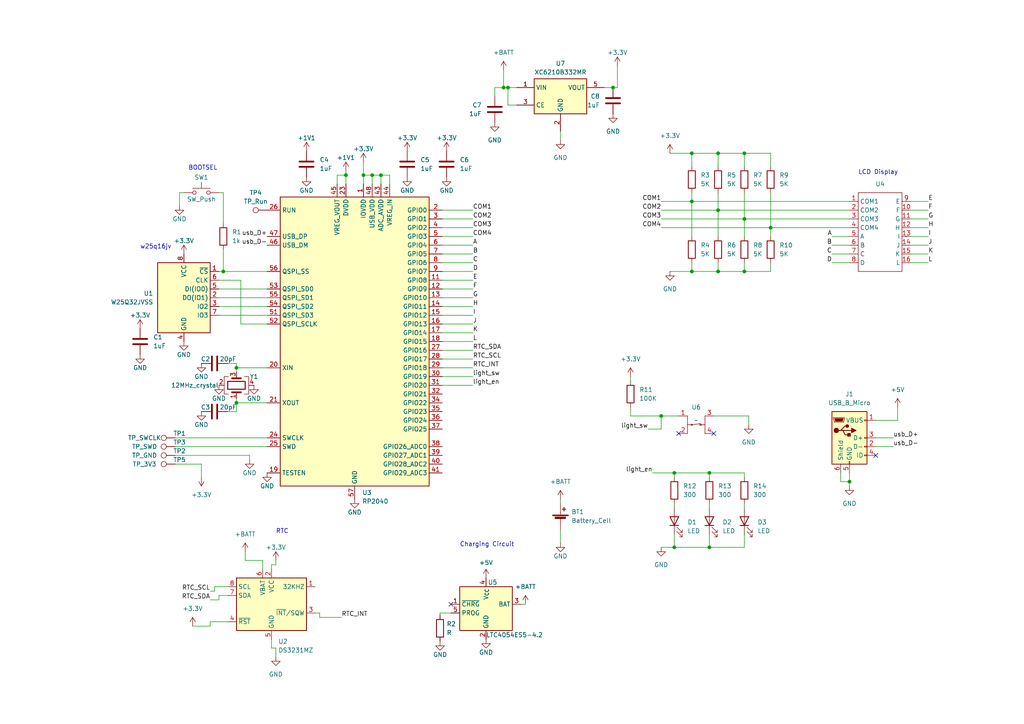
<source format=kicad_sch>
(kicad_sch (version 20230121) (generator eeschema)
  (paper "A4")
  (lib_symbols
    (symbol "Battery_Management:LTC4054ES5-4.2"
      (property "Reference" "U" (at -5.842 6.604 0))
      (property "Value" "LTC4054ES5-4.2" (at 1.524 6.604 0))
      (symbol "LTC4054ES5-4.2_0_1"
        (rectangle (start -7.62 5.08) (end 7.62 -7.62) (stroke (width 0.254)) (fill (type background)))
      )
      (symbol "LTC4054ES5-4.2_1_1"
        (pin open_collector line (at -10.16 0 0) (length 2.54) (name "~{CHRG}") (number "1"))
        (pin power_in line (at 0 -10.16 90) (length 2.54) (name "GND") (number "2"))
        (pin power_out line (at 10.16 0 180) (length 2.54) (name "BAT") (number "3"))
        (pin power_in line (at 0 7.62 270) (length 2.54) (name "V_{CC}") (number "4"))
        (pin bidirectional line (at -10.16 -2.54 0) (length 2.54) (name "PROG") (number "5"))
      )
    )
    (symbol "Connector:TestPoint" (pin_numbers hide) (pin_names (offset 0.762) hide)
      (property "Reference" "TP" (at 0 6.858 0))
      (property "Value" "TestPoint" (at 0 5.08 0))
      (symbol "TestPoint_0_1"
        (circle (center 0 3.302) (radius 0.762))
      )
      (symbol "TestPoint_1_1"
        (pin passive line (at 0 0 90) (length 2.54) (name "1") (number "1"))
      )
    )
    (symbol "Connector:USB_B_Micro" (pin_names (offset 1.016))
      (property "Reference" "J" (at -5.08 11.43 0))
      (property "Value" "USB_B_Micro" (at -5.08 8.89 0))
      (symbol "USB_B_Micro_0_1"
        (rectangle (start -5.08 -7.62) (end 5.08 7.62) (stroke (width 0.254)) (fill (type background)))
        (circle (center -3.81 2.159) (radius 0.635) (stroke (width 0.254)) (fill (type outline)))
        (circle (center -0.635 3.429) (radius 0.381) (stroke (width 0.254)) (fill (type outline)))
        (rectangle (start -0.127 -7.62) (end 0.127 -6.858))
        (polyline (pts (xy -1.905 2.159) (xy 0.635 2.159)) (stroke (width 0.254)))
        (polyline (pts (xy -3.175 2.159) (xy -2.54 2.159) (xy -1.27 3.429) (xy -0.635 3.429)) (stroke (width 0.254)))
        (polyline (pts (xy -2.54 2.159) (xy -1.905 2.159) (xy -1.27 0.889) (xy 0 0.889)) (stroke (width 0.254)))
        (polyline (pts (xy 0.635 2.794) (xy 0.635 1.524) (xy 1.905 2.159) (xy 0.635 2.794)) (stroke (width 0.254)) (fill (type outline)))
        (polyline (pts (xy -4.318 5.588) (xy -1.778 5.588) (xy -2.032 4.826) (xy -4.064 4.826) (xy -4.318 5.588)) (fill (type outline)))
        (polyline (pts (xy -4.699 5.842) (xy -4.699 5.588) (xy -4.445 4.826) (xy -4.445 4.572) (xy -1.651 4.572) (xy -1.651 4.826) (xy -1.397 5.588) (xy -1.397 5.842) (xy -4.699 5.842)))
        (rectangle (start 0.254 1.27) (end -0.508 0.508) (stroke (width 0.254)) (fill (type outline)))
        (rectangle (start 5.08 -5.207) (end 4.318 -4.953))
        (rectangle (start 5.08 -2.667) (end 4.318 -2.413))
        (rectangle (start 5.08 -0.127) (end 4.318 0.127))
        (rectangle (start 5.08 4.953) (end 4.318 5.207))
      )
      (symbol "USB_B_Micro_1_1"
        (pin power_out line (at 7.62 5.08 180) (length 2.54) (name "VBUS") (number "1"))
        (pin bidirectional line (at 7.62 -2.54 180) (length 2.54) (name "D-") (number "2"))
        (pin bidirectional line (at 7.62 0 180) (length 2.54) (name "D+") (number "3"))
        (pin passive line (at 7.62 -5.08 180) (length 2.54) (name "ID") (number "4"))
        (pin power_out line (at 0 -10.16 90) (length 2.54) (name "GND") (number "5"))
        (pin passive line (at -2.54 -10.16 90) (length 2.54) (name "Shield") (number "6"))
      )
    )
    (symbol "DIY_Watch_lib:6Dig7SegLCD"
      (property "Reference" "U" (at 0 12.7 0))
      (symbol "6Dig7SegLCD_0_1"
        (rectangle (start -6.35 11.43) (end 6.35 -11.43))
      )
      (symbol "6Dig7SegLCD_1_1"
        (pin input line (at -8.89 8.89 0) (length 2.54) (name "COM1") (number "1"))
        (pin input line (at 8.89 6.35 180) (length 2.54) (name "F") (number "10"))
        (pin input line (at 8.89 3.81 180) (length 2.54) (name "G") (number "11"))
        (pin input line (at 8.89 1.27 180) (length 2.54) (name "H") (number "12"))
        (pin input line (at 8.89 -1.27 180) (length 2.54) (name "I") (number "13"))
        (pin input line (at 8.89 -3.81 180) (length 2.54) (name "J") (number "14"))
        (pin input line (at 8.89 -6.35 180) (length 2.54) (name "K") (number "15"))
        (pin input line (at 8.89 -8.89 180) (length 2.54) (name "L") (number "16"))
        (pin input line (at -8.89 6.35 0) (length 2.54) (name "COM2") (number "2"))
        (pin input line (at -8.89 3.81 0) (length 2.54) (name "COM3") (number "3"))
        (pin input line (at -8.89 1.27 0) (length 2.54) (name "COM4") (number "4"))
        (pin input line (at -8.89 -1.27 0) (length 2.54) (name "A") (number "5"))
        (pin input line (at -8.89 -3.81 0) (length 2.54) (name "B") (number "6"))
        (pin input line (at -8.89 -6.35 0) (length 2.54) (name "C") (number "7"))
        (pin input line (at -8.89 -8.89 0) (length 2.54) (name "D") (number "8"))
        (pin input line (at 8.89 8.89 180) (length 2.54) (name "E") (number "9"))
      )
    )
    (symbol "DIY_Watch_lib:Diptronics_FTE-3CA-V-T/R"
      (property "Reference" "U" (at 0 3.81 0))
      (symbol "Diptronics_FTE-3CA-V-T/R_0_1"
        (circle (center -1.27 -1.27) (radius 0.1984))
        (polyline (pts (xy -2.54 -1.27) (xy -1.27 -1.27)))
        (polyline (pts (xy -2.54 1.27) (xy -2.54 -3.81)))
        (polyline (pts (xy -1.27 -1.27) (xy 1.2445 -0.9509)))
        (polyline (pts (xy 2.54 -1.27) (xy 1.27 -1.27)))
        (polyline (pts (xy 2.54 1.27) (xy 2.54 -3.81)))
        (circle (center 1.27 -1.27) (radius 0.24))
      )
      (symbol "Diptronics_FTE-3CA-V-T/R_1_1"
        (pin passive line (at -5.08 1.27 0) (length 2.54) (name "") (number "1"))
        (pin passive line (at -5.08 -3.81 0) (length 2.54) (name "") (number "2"))
        (pin passive line (at 5.08 1.27 180) (length 2.54) (name "") (number "3"))
        (pin passive line (at 5.08 -3.81 180) (length 2.54) (name "") (number "4"))
      )
    )
    (symbol "Device:Battery_Cell" (pin_numbers hide) (pin_names (offset 0) hide)
      (property "Reference" "BT" (at 2.54 2.54 0))
      (property "Value" "Battery_Cell" (at 2.54 0 0))
      (symbol "Battery_Cell_0_1"
        (rectangle (start -2.286 1.778) (end 2.286 1.524) (fill (type outline)))
        (rectangle (start -1.5748 1.1938) (end 1.4732 0.6858) (fill (type outline)))
        (polyline (pts (xy 0 0.762) (xy 0 0)))
        (polyline (pts (xy 0 1.778) (xy 0 2.54)))
        (polyline (pts (xy 0.508 3.429) (xy 1.524 3.429)) (stroke (width 0.254)))
        (polyline (pts (xy 1.016 3.937) (xy 1.016 2.921)) (stroke (width 0.254)))
      )
      (symbol "Battery_Cell_1_1"
        (pin passive line (at 0 5.08 270) (length 2.54) (name "+") (number "1"))
        (pin passive line (at 0 -2.54 90) (length 2.54) (name "-") (number "2"))
      )
    )
    (symbol "Device:C" (pin_numbers hide) (pin_names (offset 0.254))
      (property "Reference" "C" (at 0.635 2.54 0))
      (property "Value" "C" (at 0.635 -2.54 0))
      (symbol "C_0_1"
        (polyline (pts (xy -2.032 -0.762) (xy 2.032 -0.762)) (stroke (width 0.508)))
        (polyline (pts (xy -2.032 0.762) (xy 2.032 0.762)) (stroke (width 0.508)))
      )
      (symbol "C_1_1"
        (pin passive line (at 0 3.81 270) (length 2.794) (name "~") (number "1"))
        (pin passive line (at 0 -3.81 90) (length 2.794) (name "~") (number "2"))
      )
    )
    (symbol "Device:Crystal_GND24" (pin_names (offset 1.016) hide)
      (property "Reference" "Y" (at 3.175 5.08 0))
      (property "Value" "Crystal_GND24" (at 3.175 3.175 0))
      (symbol "Crystal_GND24_0_1"
        (rectangle (start -1.143 2.54) (end 1.143 -2.54) (stroke (width 0.3048)))
        (polyline (pts (xy -2.54 0) (xy -2.032 0)))
        (polyline (pts (xy -2.032 -1.27) (xy -2.032 1.27)) (stroke (width 0.508)))
        (polyline (pts (xy 0 -3.81) (xy 0 -3.556)))
        (polyline (pts (xy 0 3.556) (xy 0 3.81)))
        (polyline (pts (xy 2.032 -1.27) (xy 2.032 1.27)) (stroke (width 0.508)))
        (polyline (pts (xy 2.032 0) (xy 2.54 0)))
        (polyline (pts (xy -2.54 -2.286) (xy -2.54 -3.556) (xy 2.54 -3.556) (xy 2.54 -2.286)))
        (polyline (pts (xy -2.54 2.286) (xy -2.54 3.556) (xy 2.54 3.556) (xy 2.54 2.286)))
      )
      (symbol "Crystal_GND24_1_1"
        (pin passive line (at -3.81 0 0) (length 1.27) (name "1") (number "1"))
        (pin passive line (at 0 5.08 270) (length 1.27) (name "2") (number "2"))
        (pin passive line (at 3.81 0 180) (length 1.27) (name "3") (number "3"))
        (pin passive line (at 0 -5.08 90) (length 1.27) (name "4") (number "4"))
      )
    )
    (symbol "Device:LED" (pin_numbers hide) (pin_names (offset 1.016) hide)
      (property "Reference" "D" (at 0 2.54 0))
      (property "Value" "LED" (at 0 -2.54 0))
      (symbol "LED_0_1"
        (polyline (pts (xy -1.27 -1.27) (xy -1.27 1.27)) (stroke (width 0.254)))
        (polyline (pts (xy -1.27 0) (xy 1.27 0)))
        (polyline (pts (xy 1.27 -1.27) (xy 1.27 1.27) (xy -1.27 0) (xy 1.27 -1.27)) (stroke (width 0.254)))
        (polyline (pts (xy -3.048 -0.762) (xy -4.572 -2.286) (xy -3.81 -2.286) (xy -4.572 -2.286) (xy -4.572 -1.524)))
        (polyline (pts (xy -1.778 -0.762) (xy -3.302 -2.286) (xy -2.54 -2.286) (xy -3.302 -2.286) (xy -3.302 -1.524)))
      )
      (symbol "LED_1_1"
        (pin passive line (at -3.81 0 0) (length 2.54) (name "K") (number "1"))
        (pin passive line (at 3.81 0 180) (length 2.54) (name "A") (number "2"))
      )
    )
    (symbol "Device:R" (pin_numbers hide) (pin_names (offset 0))
      (property "Reference" "R" (at 2.032 0 90))
      (property "Value" "R" (at 0 0 90))
      (symbol "R_0_1"
        (rectangle (start -1.016 -2.54) (end 1.016 2.54) (stroke (width 0.254)))
      )
      (symbol "R_1_1"
        (pin passive line (at 0 3.81 270) (length 1.27) (name "~") (number "1"))
        (pin passive line (at 0 -3.81 90) (length 1.27) (name "~") (number "2"))
      )
    )
    (symbol "MCU_RaspberryPi:RP2040"
      (property "Reference" "U" (at 17.78 45.72 0))
      (property "Value" "RP2040" (at 17.78 43.18 0))
      (symbol "RP2040_0_1"
        (rectangle (start -21.59 41.91) (end 21.59 -41.91) (stroke (width 0.254)) (fill (type background)))
      )
      (symbol "RP2040_1_1"
        (pin power_in line (at 2.54 45.72 270) (length 3.81) (name "IOVDD") (number "1"))
        (pin passive line (at 2.54 45.72 270) (length 3.81) hide (name "IOVDD") (number "10"))
        (pin bidirectional line (at 25.4 17.78 180) (length 3.81) (name "GPIO8") (number "11"))
        (pin bidirectional line (at 25.4 15.24 180) (length 3.81) (name "GPIO9") (number "12"))
        (pin bidirectional line (at 25.4 12.7 180) (length 3.81) (name "GPIO10") (number "13"))
        (pin bidirectional line (at 25.4 10.16 180) (length 3.81) (name "GPIO11") (number "14"))
        (pin bidirectional line (at 25.4 7.62 180) (length 3.81) (name "GPIO12") (number "15"))
        (pin bidirectional line (at 25.4 5.08 180) (length 3.81) (name "GPIO13") (number "16"))
        (pin bidirectional line (at 25.4 2.54 180) (length 3.81) (name "GPIO14") (number "17"))
        (pin bidirectional line (at 25.4 0 180) (length 3.81) (name "GPIO15") (number "18"))
        (pin input line (at -25.4 -38.1 0) (length 3.81) (name "TESTEN") (number "19"))
        (pin bidirectional line (at 25.4 38.1 180) (length 3.81) (name "GPIO0") (number "2"))
        (pin input line (at -25.4 -7.62 0) (length 3.81) (name "XIN") (number "20"))
        (pin passive line (at -25.4 -17.78 0) (length 3.81) (name "XOUT") (number "21"))
        (pin passive line (at 2.54 45.72 270) (length 3.81) hide (name "IOVDD") (number "22"))
        (pin power_in line (at -2.54 45.72 270) (length 3.81) (name "DVDD") (number "23"))
        (pin input line (at -25.4 -27.94 0) (length 3.81) (name "SWCLK") (number "24"))
        (pin bidirectional line (at -25.4 -30.48 0) (length 3.81) (name "SWD") (number "25"))
        (pin input line (at -25.4 38.1 0) (length 3.81) (name "RUN") (number "26"))
        (pin bidirectional line (at 25.4 -2.54 180) (length 3.81) (name "GPIO16") (number "27"))
        (pin bidirectional line (at 25.4 -5.08 180) (length 3.81) (name "GPIO17") (number "28"))
        (pin bidirectional line (at 25.4 -7.62 180) (length 3.81) (name "GPIO18") (number "29"))
        (pin bidirectional line (at 25.4 35.56 180) (length 3.81) (name "GPIO1") (number "3"))
        (pin bidirectional line (at 25.4 -10.16 180) (length 3.81) (name "GPIO19") (number "30"))
        (pin bidirectional line (at 25.4 -12.7 180) (length 3.81) (name "GPIO20") (number "31"))
        (pin bidirectional line (at 25.4 -15.24 180) (length 3.81) (name "GPIO21") (number "32"))
        (pin passive line (at 2.54 45.72 270) (length 3.81) hide (name "IOVDD") (number "33"))
        (pin bidirectional line (at 25.4 -17.78 180) (length 3.81) (name "GPIO22") (number "34"))
        (pin bidirectional line (at 25.4 -20.32 180) (length 3.81) (name "GPIO23") (number "35"))
        (pin bidirectional line (at 25.4 -22.86 180) (length 3.81) (name "GPIO24") (number "36"))
        (pin bidirectional line (at 25.4 -25.4 180) (length 3.81) (name "GPIO25") (number "37"))
        (pin bidirectional line (at 25.4 -30.48 180) (length 3.81) (name "GPIO26_ADC0") (number "38"))
        (pin bidirectional line (at 25.4 -33.02 180) (length 3.81) (name "GPIO27_ADC1") (number "39"))
        (pin bidirectional line (at 25.4 33.02 180) (length 3.81) (name "GPIO2") (number "4"))
        (pin bidirectional line (at 25.4 -35.56 180) (length 3.81) (name "GPIO28_ADC2") (number "40"))
        (pin bidirectional line (at 25.4 -38.1 180) (length 3.81) (name "GPIO29_ADC3") (number "41"))
        (pin passive line (at 2.54 45.72 270) (length 3.81) hide (name "IOVDD") (number "42"))
        (pin power_in line (at 7.62 45.72 270) (length 3.81) (name "ADC_AVDD") (number "43"))
        (pin power_in line (at 10.16 45.72 270) (length 3.81) (name "VREG_IN") (number "44"))
        (pin power_out line (at -5.08 45.72 270) (length 3.81) (name "VREG_VOUT") (number "45"))
        (pin bidirectional line (at -25.4 27.94 0) (length 3.81) (name "USB_DM") (number "46"))
        (pin bidirectional line (at -25.4 30.48 0) (length 3.81) (name "USB_DP") (number "47"))
        (pin power_in line (at 5.08 45.72 270) (length 3.81) (name "USB_VDD") (number "48"))
        (pin passive line (at 2.54 45.72 270) (length 3.81) hide (name "IOVDD") (number "49"))
        (pin bidirectional line (at 25.4 30.48 180) (length 3.81) (name "GPIO3") (number "5"))
        (pin passive line (at -2.54 45.72 270) (length 3.81) hide (name "DVDD") (number "50"))
        (pin bidirectional line (at -25.4 7.62 0) (length 3.81) (name "QSPI_SD3") (number "51"))
        (pin output line (at -25.4 5.08 0) (length 3.81) (name "QSPI_SCLK") (number "52"))
        (pin bidirectional line (at -25.4 15.24 0) (length 3.81) (name "QSPI_SD0") (number "53"))
        (pin bidirectional line (at -25.4 10.16 0) (length 3.81) (name "QSPI_SD2") (number "54"))
        (pin bidirectional line (at -25.4 12.7 0) (length 3.81) (name "QSPI_SD1") (number "55"))
        (pin bidirectional line (at -25.4 20.32 0) (length 3.81) (name "QSPI_SS") (number "56"))
        (pin power_in line (at 0 -45.72 90) (length 3.81) (name "GND") (number "57"))
        (pin bidirectional line (at 25.4 27.94 180) (length 3.81) (name "GPIO4") (number "6"))
        (pin bidirectional line (at 25.4 25.4 180) (length 3.81) (name "GPIO5") (number "7"))
        (pin bidirectional line (at 25.4 22.86 180) (length 3.81) (name "GPIO6") (number "8"))
        (pin bidirectional line (at 25.4 20.32 180) (length 3.81) (name "GPIO7") (number "9"))
      )
    )
    (symbol "Memory_Flash:W25Q32JVSS"
      (property "Reference" "U" (at -6.35 11.43 0))
      (property "Value" "W25Q32JVSS" (at 7.62 11.43 0))
      (symbol "W25Q32JVSS_0_1"
        (rectangle (start -7.62 10.16) (end 7.62 -10.16) (stroke (width 0.254)) (fill (type background)))
      )
      (symbol "W25Q32JVSS_1_1"
        (pin input line (at -10.16 7.62 0) (length 2.54) (name "~{CS}") (number "1"))
        (pin bidirectional line (at -10.16 0 0) (length 2.54) (name "DO(IO1)") (number "2"))
        (pin bidirectional line (at -10.16 -2.54 0) (length 2.54) (name "IO2") (number "3"))
        (pin power_in line (at 0 -12.7 90) (length 2.54) (name "GND") (number "4"))
        (pin bidirectional line (at -10.16 2.54 0) (length 2.54) (name "DI(IO0)") (number "5"))
        (pin input line (at -10.16 5.08 0) (length 2.54) (name "CLK") (number "6"))
        (pin bidirectional line (at -10.16 -5.08 0) (length 2.54) (name "IO3") (number "7"))
        (pin power_in line (at 0 12.7 270) (length 2.54) (name "VCC") (number "8"))
      )
    )
    (symbol "Regulator_Linear:XC6210B332MR"
      (property "Reference" "U" (at 0 8.89 0))
      (property "Value" "XC6210B332MR" (at 0 6.35 0))
      (symbol "XC6210B332MR_0_1"
        (rectangle (start -7.62 5.08) (end 7.62 -5.08) (stroke (width 0.254)) (fill (type background)))
      )
      (symbol "XC6210B332MR_1_1"
        (pin power_in line (at -12.7 2.54 0) (length 5.08) (name "VIN") (number "1"))
        (pin power_in line (at 0 -10.16 90) (length 5.08) (name "GND") (number "2"))
        (pin input line (at -12.7 -2.54 0) (length 5.08) (name "CE") (number "3"))
        (pin no_connect line (at 7.62 -2.54 180) (length 5.08) hide (name "NC") (number "4"))
        (pin power_out line (at 12.7 2.54 180) (length 5.08) (name "VOUT") (number "5"))
      )
    )
    (symbol "Switch:SW_Push" (pin_numbers hide) (pin_names (offset 1.016) hide)
      (property "Reference" "SW" (at 1.27 2.54 0))
      (property "Value" "SW_Push" (at 0 -1.524 0))
      (symbol "SW_Push_0_1"
        (circle (center -2.032 0) (radius 0.508))
        (polyline (pts (xy 0 1.27) (xy 0 3.048)))
        (polyline (pts (xy 2.54 1.27) (xy -2.54 1.27)))
        (circle (center 2.032 0) (radius 0.508))
        (pin passive line (at -5.08 0 0) (length 2.54) (name "1") (number "1"))
        (pin passive line (at 5.08 0 180) (length 2.54) (name "2") (number "2"))
      )
    )
    (symbol "Timer_RTC:DS3231MZ"
      (property "Reference" "U" (at -7.62 8.89 0))
      (property "Value" "DS3231MZ" (at 11.43 8.89 0))
      (symbol "DS3231MZ_0_1"
        (rectangle (start -10.16 7.62) (end 10.16 -7.62) (stroke (width 0.254)) (fill (type background)))
      )
      (symbol "DS3231MZ_1_1"
        (pin open_collector line (at 12.7 5.08 180) (length 2.54) (name "32KHZ") (number "1"))
        (pin power_in line (at 0 10.16 270) (length 2.54) (name "VCC") (number "2"))
        (pin open_collector line (at 12.7 -2.54 180) (length 2.54) (name "~{INT}/SQW") (number "3"))
        (pin bidirectional line (at -12.7 -5.08 0) (length 2.54) (name "~{RST}") (number "4"))
        (pin power_in line (at 0 -10.16 90) (length 2.54) (name "GND") (number "5"))
        (pin power_in line (at -2.54 10.16 270) (length 2.54) (name "VBAT") (number "6"))
        (pin bidirectional line (at -12.7 2.54 0) (length 2.54) (name "SDA") (number "7"))
        (pin input line (at -12.7 5.08 0) (length 2.54) (name "SCL") (number "8"))
      )
    )
    (symbol "power:+1V1" (power) (pin_names (offset 0))
      (property "Value" "+1V1" (at 0 3.556 0))
      (symbol "+1V1_0_1"
        (polyline (pts (xy -0.762 1.27) (xy 0 2.54)))
        (polyline (pts (xy 0 0) (xy 0 2.54)))
        (polyline (pts (xy 0 2.54) (xy 0.762 1.27)))
      )
      (symbol "+1V1_1_1"
        (pin power_in line (at 0 0 90) (length 0) hide (name "+1V1") (number "1"))
      )
    )
    (symbol "power:+3.3V" (power) (pin_names (offset 0))
      (property "Value" "+3.3V" (at 0 3.556 0))
      (symbol "+3.3V_0_1"
        (polyline (pts (xy -0.762 1.27) (xy 0 2.54)))
        (polyline (pts (xy 0 0) (xy 0 2.54)))
        (polyline (pts (xy 0 2.54) (xy 0.762 1.27)))
      )
      (symbol "+3.3V_1_1"
        (pin power_in line (at 0 0 90) (length 0) hide (name "+3.3V") (number "1"))
      )
    )
    (symbol "power:+5V" (power) (pin_names (offset 0))
      (property "Value" "+5V" (at 0 3.556 0))
      (symbol "+5V_0_1"
        (polyline (pts (xy -0.762 1.27) (xy 0 2.54)))
        (polyline (pts (xy 0 0) (xy 0 2.54)))
        (polyline (pts (xy 0 2.54) (xy 0.762 1.27)))
      )
      (symbol "+5V_1_1"
        (pin power_in line (at 0 0 90) (length 0) hide (name "+5V") (number "1"))
      )
    )
    (symbol "power:+BATT" (power) (pin_names (offset 0))
      (property "Value" "+BATT" (at 0 3.556 0))
      (symbol "+BATT_0_1"
        (polyline (pts (xy -0.762 1.27) (xy 0 2.54)))
        (polyline (pts (xy 0 0) (xy 0 2.54)))
        (polyline (pts (xy 0 2.54) (xy 0.762 1.27)))
      )
      (symbol "+BATT_1_1"
        (pin power_in line (at 0 0 90) (length 0) hide (name "+BATT") (number "1"))
      )
    )
    (symbol "power:GND" (power) (pin_names (offset 0))
      (property "Value" "GND" (at 0 -3.81 0))
      (symbol "GND_0_1"
        (polyline (pts (xy 0 0) (xy 0 -1.27) (xy 1.27 -1.27) (xy 0 -2.54) (xy -1.27 -1.27) (xy 0 -1.27)))
      )
      (symbol "GND_1_1"
        (pin power_in line (at 0 0 270) (length 0) hide (name "GND") (number "1"))
      )
    )
  )
  (junction (at 208.28 44.45))
  (junction (at 191.77 120.65))
  (junction (at 146.05 25.4))
  (junction (at 200.66 44.45))
  (junction (at 205.74 158.75))
  (junction (at 200.66 58.42))
  (junction (at 105.41 50.8))
  (junction (at 68.58 116.84))
  (junction (at 110.49 50.8))
  (junction (at 107.95 50.8))
  (junction (at 64.77 78.74))
  (junction (at 215.9 63.5))
  (junction (at 215.9 78.74))
  (junction (at 68.58 106.68))
  (junction (at 177.8 25.4))
  (junction (at 205.74 137.16))
  (junction (at 246.38 139.7))
  (junction (at 215.9 44.45))
  (junction (at 195.58 137.16))
  (junction (at 100.33 50.8))
  (junction (at 208.28 78.74))
  (junction (at 223.52 66.04))
  (junction (at 147.32 25.4))
  (junction (at 208.28 60.96))
  (junction (at 200.66 78.74))
  (junction (at 195.58 158.75))
  (no_connect (at 207.01 125.73))
  (no_connect (at 196.85 125.73))
  (no_connect (at 130.81 175.26))
  (no_connect (at 254 132.08))
  (wire (pts (xy 217.17 123.19) (xy 217.17 120.65)))
  (wire (pts (xy 68.58 119.38) (xy 68.58 116.84)))
  (wire (pts (xy 66.04 119.38) (xy 68.58 119.38)))
  (wire (pts (xy 128.27 76.2) (xy 137.16 76.2)))
  (wire (pts (xy 127.635 177.8) (xy 130.81 177.8)))
  (wire (pts (xy 107.95 53.34) (xy 107.95 50.8)))
  (wire (pts (xy 191.77 63.5) (xy 215.9 63.5)))
  (wire (pts (xy 107.95 50.8) (xy 105.41 50.8)))
  (wire (pts (xy 128.27 78.74) (xy 137.16 78.74)))
  (wire (pts (xy 68.58 106.68) (xy 68.58 107.95)))
  (wire (pts (xy 162.56 144.78) (xy 162.56 146.05)))
  (wire (pts (xy 264.16 66.04) (xy 269.24 66.04)))
  (wire (pts (xy 177.8 25.4) (xy 175.26 25.4)))
  (wire (pts (xy 208.28 55.88) (xy 208.28 60.96)))
  (wire (pts (xy 200.66 44.45) (xy 208.28 44.45)))
  (wire (pts (xy 200.66 78.74) (xy 208.28 78.74)))
  (wire (pts (xy 63.5 86.36) (xy 77.47 86.36)))
  (wire (pts (xy 63.5 173.99) (xy 60.96 173.99)))
  (wire (pts (xy 179.07 19.05) (xy 179.07 25.4)))
  (wire (pts (xy 128.27 99.06) (xy 137.16 99.06)))
  (wire (pts (xy 128.27 91.44) (xy 137.16 91.44)))
  (wire (pts (xy 50.8 127) (xy 77.47 127)))
  (wire (pts (xy 91.44 177.8) (xy 92.71 177.8)))
  (wire (pts (xy 77.47 116.84) (xy 68.58 116.84)))
  (wire (pts (xy 78.74 185.42) (xy 78.74 187.96)))
  (wire (pts (xy 191.77 58.42) (xy 200.66 58.42)))
  (wire (pts (xy 223.52 44.45) (xy 223.52 48.26)))
  (wire (pts (xy 128.27 71.12) (xy 137.16 71.12)))
  (wire (pts (xy 205.74 146.05) (xy 205.74 147.32)))
  (wire (pts (xy 113.03 50.8) (xy 110.49 50.8)))
  (wire (pts (xy 215.9 44.45) (xy 223.52 44.45)))
  (wire (pts (xy 128.27 106.68) (xy 137.16 106.68)))
  (wire (pts (xy 208.28 60.96) (xy 246.38 60.96)))
  (wire (pts (xy 63.5 172.72) (xy 66.04 172.72)))
  (wire (pts (xy 128.27 86.36) (xy 137.16 86.36)))
  (wire (pts (xy 208.28 78.74) (xy 208.28 76.2)))
  (wire (pts (xy 97.79 53.34) (xy 97.79 50.8)))
  (wire (pts (xy 191.77 124.46) (xy 191.77 120.65)))
  (wire (pts (xy 187.96 124.46) (xy 191.77 124.46)))
  (wire (pts (xy 208.28 78.74) (xy 215.9 78.74)))
  (wire (pts (xy 205.74 137.16) (xy 205.74 138.43)))
  (wire (pts (xy 92.71 177.8) (xy 92.71 179.07)))
  (wire (pts (xy 246.38 137.16) (xy 246.38 139.7)))
  (wire (pts (xy 110.49 50.8) (xy 107.95 50.8)))
  (wire (pts (xy 128.27 68.58) (xy 137.16 68.58)))
  (wire (pts (xy 71.12 162.56) (xy 76.2 162.56)))
  (wire (pts (xy 200.66 58.42) (xy 200.66 68.58)))
  (wire (pts (xy 151.13 175.26) (xy 152.4 175.26)))
  (wire (pts (xy 162.56 38.1) (xy 162.56 40.64)))
  (wire (pts (xy 63.5 91.44) (xy 77.47 91.44)))
  (wire (pts (xy 215.9 146.05) (xy 215.9 147.32)))
  (wire (pts (xy 191.77 158.75) (xy 195.58 158.75)))
  (wire (pts (xy 127.635 178.435) (xy 127.635 177.8)))
  (wire (pts (xy 78.74 163.83) (xy 80.01 163.83)))
  (wire (pts (xy 264.16 68.58) (xy 269.24 68.58)))
  (wire (pts (xy 146.05 25.4) (xy 147.32 25.4)))
  (wire (pts (xy 200.66 78.74) (xy 200.66 76.2)))
  (wire (pts (xy 77.47 93.98) (xy 69.85 93.98)))
  (wire (pts (xy 215.9 154.94) (xy 215.9 158.75)))
  (wire (pts (xy 60.96 181.61) (xy 55.88 181.61)))
  (wire (pts (xy 128.27 81.28) (xy 137.16 81.28)))
  (wire (pts (xy 100.33 50.8) (xy 100.33 53.34)))
  (wire (pts (xy 53.34 55.88) (xy 52.07 55.88)))
  (wire (pts (xy 195.58 137.16) (xy 205.74 137.16)))
  (wire (pts (xy 80.01 187.96) (xy 80.01 190.5)))
  (wire (pts (xy 246.38 139.7) (xy 246.38 140.97)))
  (wire (pts (xy 182.88 120.65) (xy 191.77 120.65)))
  (wire (pts (xy 63.5 55.88) (xy 64.77 55.88)))
  (wire (pts (xy 66.04 105.41) (xy 68.58 105.41)))
  (wire (pts (xy 69.85 93.98) (xy 69.85 81.28)))
  (wire (pts (xy 71.12 162.56) (xy 71.12 160.02)))
  (wire (pts (xy 264.16 73.66) (xy 269.24 73.66)))
  (wire (pts (xy 147.32 25.4) (xy 149.86 25.4)))
  (wire (pts (xy 215.9 55.88) (xy 215.9 63.5)))
  (wire (pts (xy 215.9 78.74) (xy 223.52 78.74)))
  (wire (pts (xy 254 127) (xy 259.08 127)))
  (wire (pts (xy 68.58 105.41) (xy 68.58 106.68)))
  (wire (pts (xy 62.23 171.45) (xy 60.96 171.45)))
  (wire (pts (xy 179.07 25.4) (xy 177.8 25.4)))
  (wire (pts (xy 195.58 146.05) (xy 195.58 147.32)))
  (wire (pts (xy 128.27 93.98) (xy 137.16 93.98)))
  (wire (pts (xy 64.77 55.88) (xy 64.77 64.77)))
  (wire (pts (xy 64.77 78.74) (xy 77.47 78.74)))
  (wire (pts (xy 208.28 44.45) (xy 215.9 44.45)))
  (wire (pts (xy 105.41 50.8) (xy 105.41 53.34)))
  (wire (pts (xy 146.05 25.4) (xy 143.51 25.4)))
  (wire (pts (xy 191.77 60.96) (xy 208.28 60.96)))
  (wire (pts (xy 128.27 109.22) (xy 137.16 109.22)))
  (wire (pts (xy 264.16 76.2) (xy 269.24 76.2)))
  (wire (pts (xy 128.27 83.82) (xy 137.16 83.82)))
  (wire (pts (xy 215.9 137.16) (xy 215.9 138.43)))
  (wire (pts (xy 195.58 158.75) (xy 205.74 158.75)))
  (wire (pts (xy 241.3 68.58) (xy 246.38 68.58)))
  (wire (pts (xy 63.5 172.72) (xy 63.5 173.99)))
  (wire (pts (xy 205.74 158.75) (xy 215.9 158.75)))
  (wire (pts (xy 63.5 81.28) (xy 69.85 81.28)))
  (wire (pts (xy 92.71 179.07) (xy 99.06 179.07)))
  (wire (pts (xy 260.35 118.11) (xy 260.35 121.92)))
  (wire (pts (xy 200.66 44.45) (xy 200.66 48.26)))
  (wire (pts (xy 128.27 101.6) (xy 137.16 101.6)))
  (wire (pts (xy 77.47 106.68) (xy 68.58 106.68)))
  (wire (pts (xy 63.5 88.9) (xy 77.47 88.9)))
  (wire (pts (xy 200.66 58.42) (xy 246.38 58.42)))
  (wire (pts (xy 223.52 66.04) (xy 246.38 66.04)))
  (wire (pts (xy 63.5 83.82) (xy 77.47 83.82)))
  (wire (pts (xy 195.58 137.16) (xy 195.58 138.43)))
  (wire (pts (xy 205.74 137.16) (xy 215.9 137.16)))
  (wire (pts (xy 147.32 25.4) (xy 147.32 30.48)))
  (wire (pts (xy 200.66 55.88) (xy 200.66 58.42)))
  (wire (pts (xy 128.27 88.9) (xy 137.16 88.9)))
  (wire (pts (xy 60.96 180.34) (xy 60.96 181.61)))
  (wire (pts (xy 189.23 137.16) (xy 195.58 137.16)))
  (wire (pts (xy 72.39 132.08) (xy 72.39 133.35)))
  (wire (pts (xy 64.77 72.39) (xy 64.77 78.74)))
  (wire (pts (xy 215.9 44.45) (xy 215.9 48.26)))
  (wire (pts (xy 264.16 60.96) (xy 269.24 60.96)))
  (wire (pts (xy 241.3 76.2) (xy 246.38 76.2)))
  (wire (pts (xy 128.27 96.52) (xy 137.16 96.52)))
  (wire (pts (xy 223.52 55.88) (xy 223.52 66.04)))
  (wire (pts (xy 76.2 162.56) (xy 76.2 165.1)))
  (wire (pts (xy 110.49 50.8) (xy 110.49 53.34)))
  (wire (pts (xy 60.96 180.34) (xy 66.04 180.34)))
  (wire (pts (xy 97.79 50.8) (xy 100.33 50.8)))
  (wire (pts (xy 264.16 58.42) (xy 269.24 58.42)))
  (wire (pts (xy 223.52 78.74) (xy 223.52 76.2)))
  (wire (pts (xy 62.23 170.18) (xy 62.23 171.45)))
  (wire (pts (xy 146.05 20.32) (xy 146.05 25.4)))
  (wire (pts (xy 128.27 104.14) (xy 137.16 104.14)))
  (wire (pts (xy 50.8 129.54) (xy 77.47 129.54)))
  (wire (pts (xy 68.58 116.84) (xy 68.58 115.57)))
  (wire (pts (xy 254 129.54) (xy 259.08 129.54)))
  (wire (pts (xy 264.16 63.5) (xy 269.24 63.5)))
  (wire (pts (xy 195.58 154.94) (xy 195.58 158.75)))
  (wire (pts (xy 194.31 78.74) (xy 200.66 78.74)))
  (wire (pts (xy 223.52 66.04) (xy 223.52 68.58)))
  (wire (pts (xy 63.5 78.74) (xy 64.77 78.74)))
  (wire (pts (xy 147.32 30.48) (xy 149.86 30.48)))
  (wire (pts (xy 215.9 63.5) (xy 246.38 63.5)))
  (wire (pts (xy 182.88 109.22) (xy 182.88 110.49)))
  (wire (pts (xy 80.01 163.83) (xy 80.01 162.56)))
  (wire (pts (xy 62.23 170.18) (xy 66.04 170.18)))
  (wire (pts (xy 208.28 60.96) (xy 208.28 68.58)))
  (wire (pts (xy 162.56 153.67) (xy 162.56 157.48)))
  (wire (pts (xy 105.41 46.99) (xy 105.41 50.8)))
  (wire (pts (xy 215.9 78.74) (xy 215.9 76.2)))
  (wire (pts (xy 128.27 66.04) (xy 137.16 66.04)))
  (wire (pts (xy 264.16 71.12) (xy 269.24 71.12)))
  (wire (pts (xy 58.42 138.43) (xy 58.42 134.62)))
  (wire (pts (xy 78.74 187.96) (xy 80.01 187.96)))
  (wire (pts (xy 128.27 73.66) (xy 137.16 73.66)))
  (wire (pts (xy 243.84 139.7) (xy 243.84 137.16)))
  (wire (pts (xy 241.3 71.12) (xy 246.38 71.12)))
  (wire (pts (xy 241.3 73.66) (xy 246.38 73.66)))
  (wire (pts (xy 191.77 120.65) (xy 196.85 120.65)))
  (wire (pts (xy 52.07 55.88) (xy 52.07 59.69)))
  (wire (pts (xy 215.9 63.5) (xy 215.9 68.58)))
  (wire (pts (xy 58.42 134.62) (xy 50.8 134.62)))
  (wire (pts (xy 100.33 49.53) (xy 100.33 50.8)))
  (wire (pts (xy 128.27 111.76) (xy 137.16 111.76)))
  (wire (pts (xy 246.38 139.7) (xy 243.84 139.7)))
  (wire (pts (xy 50.8 132.08) (xy 72.39 132.08)))
  (wire (pts (xy 194.31 44.45) (xy 200.66 44.45)))
  (wire (pts (xy 78.74 163.83) (xy 78.74 165.1)))
  (wire (pts (xy 260.35 121.92) (xy 254 121.92)))
  (wire (pts (xy 205.74 154.94) (xy 205.74 158.75)))
  (wire (pts (xy 182.88 118.11) (xy 182.88 120.65)))
  (wire (pts (xy 191.77 66.04) (xy 223.52 66.04)))
  (wire (pts (xy 143.51 25.4) (xy 143.51 27.94)))
  (wire (pts (xy 128.27 63.5) (xy 137.16 63.5)))
  (wire (pts (xy 113.03 53.34) (xy 113.03 50.8)))
  (wire (pts (xy 208.28 44.45) (xy 208.28 48.26)))
  (wire (pts (xy 128.27 60.96) (xy 137.16 60.96)))
  (wire (pts (xy 217.17 120.65) (xy 207.01 120.65)))
  (text "RTC" (at 80.01 154.94 0) (effects (font (size 1.27 1.27)) (justify left bottom)))
  (text "w25q16jv" (at 40.64 72.39 0) (effects (font (size 1.27 1.27)) (justify left bottom)))
  (text "BOOTSEL" (at 54.61 49.53 0) (effects (font (size 1.27 1.27)) (justify left bottom)))
  (text "Charging Circuit" (at 133.35 158.75 0) (effects (font (size 1.27 1.27)) (justify left bottom)))
  (text "LCD Display" (at 248.92 50.8 0) (effects (font (size 1.27 1.27)) (justify left bottom)))
  (label "L" (at 137.16 99.06 0))
  (label "light_sw" (at 137.16 109.22 0))
  (label "H" (at 269.24 66.04 0))
  (label "K" (at 269.24 73.66 0))
  (label "light_en" (at 189.23 137.16 180))
  (label "COM4" (at 137.16 68.58 0))
  (label "usb_D+" (at 259.08 127 0) (property "Netclass" "usb" (effects hide)))
  (label "COM3" (at 137.16 66.04 0))
  (label "COM1" (at 191.77 58.42 180))
  (label "G" (at 269.24 63.5 0))
  (label "I" (at 137.16 91.44 0))
  (label "RTC_INT" (at 137.16 106.68 0))
  (label "COM2" (at 191.77 60.96 180))
  (label "C" (at 241.3 73.66 180))
  (label "F" (at 137.16 83.82 0))
  (label "L" (at 269.24 76.2 0))
  (label "light_sw" (at 187.96 124.46 180))
  (label "K" (at 137.16 96.52 0))
  (label "RTC_INT" (at 99.06 179.07 0))
  (label "H" (at 137.16 88.9 0))
  (label "RTC_SDA" (at 60.96 173.99 180))
  (label "D" (at 241.3 76.2 180))
  (label "I" (at 269.24 68.58 0))
  (label "light_en" (at 137.16 111.76 0))
  (label "COM2" (at 137.16 63.5 0))
  (label "usb_D-" (at 259.08 129.54 0) (property "Netclass" "usb" (effects hide)))
  (label "RTC_SCL" (at 60.96 171.45 180))
  (label "COM3" (at 191.77 63.5 180))
  (label "J" (at 269.24 71.12 0))
  (label "B" (at 137.16 73.66 0))
  (label "D" (at 137.16 78.74 0))
  (label "F" (at 269.24 60.96 0))
  (label "B" (at 241.3 71.12 180))
  (label "usb_D-" (at 77.47 71.12 180) (property "Netclass" "usb" (effects hide)))
  (label "A" (at 137.16 71.12 0))
  (label "RTC_SDA" (at 137.16 101.6 0))
  (label "RTC_SCL" (at 137.16 104.14 0))
  (label "J" (at 137.16 93.98 0))
  (label "G" (at 137.16 86.36 0))
  (label "COM4" (at 191.77 66.04 180))
  (label "E" (at 137.16 81.28 0))
  (label "C" (at 137.16 76.2 0))
  (label "E" (at 269.24 58.42 0))
  (label "A" (at 241.3 68.58 180))
  (label "usb_D+" (at 77.47 68.58 180) (property "Netclass" "usb" (effects hide)))
  (label "COM1" (at 137.16 60.96 0))
  (symbol (lib_id "Connector:TestPoint") (at 77.47 60.96 90) (unit 1)
    (property "Reference" "TP4" (at 74.168 55.88 90))
    (property "Value" "TP_Run" (at 74.168 58.42 90))
    (property "Footprint" "TestPoint:TestPoint_Pad_D1.0mm" (effects hide))
  )
  (symbol (lib_id "Device:C") (at 129.54 47.625 0) (unit 1)
    (property "Reference" "C6" (at 133.35 46.355 0) (effects (justify left)))
    (property "Value" "1uF" (at 133.35 48.895 0) (effects (justify left)))
    (property "Footprint" "Capacitor_SMD:C_0402_1005Metric" (effects hide))
  )
  (symbol (lib_id "power:GND") (at 246.38 140.97 0) (unit 1)
    (property "Reference" "#PWR035" (effects hide))
    (property "Value" "GND" (at 246.38 146.05 0))
  )
  (symbol (lib_id "DIY_Watch_lib:Diptronics_FTE-3CA-V-T/R") (at 201.93 121.92 0) (unit 1)
    (property "Reference" "U6" (at 201.93 118.11 0))
    (property "Value" "~" (at 201.93 121.92 0))
    (property "Footprint" "DIY_Watch_lib:Diptronics FTE-3" (effects hide))
  )
  (symbol (lib_id "Device:R") (at 182.88 114.3 0) (unit 1)
    (property "Reference" "R11" (at 185.42 113.03 0) (effects (justify left)))
    (property "Value" "100K" (at 185.42 115.57 0) (effects (justify left)))
    (property "Footprint" "Resistor_SMD:R_0402_1005Metric" (effects hide))
  )
  (symbol (lib_id "power:GND") (at 194.31 78.74 0) (unit 1)
    (property "Reference" "#PWR031" (effects hide))
    (property "Value" "GND" (at 194.31 83.82 0))
  )
  (symbol (lib_id "power:+BATT") (at 162.56 144.78 0) (unit 1)
    (property "Reference" "#PWR025" (effects hide))
    (property "Value" "+BATT" (at 162.56 139.7 0))
  )
  (symbol (lib_id "power:GND") (at 191.77 158.75 0) (unit 1)
    (property "Reference" "#PWR038" (effects hide))
    (property "Value" "GND" (at 191.77 163.83 0))
  )
  (symbol (lib_id "power:+3.3V") (at 182.88 109.22 0) (unit 1)
    (property "Reference" "#PWR033" (effects hide))
    (property "Value" "+3.3V" (at 182.88 104.14 0))
  )
  (symbol (lib_id "power:GND") (at 127.635 186.055 0) (unit 1)
    (property "Reference" "#PWR021" (effects hide))
    (property "Value" "GND" (at 127.635 189.865 0))
  )
  (symbol (lib_id "power:GND") (at 73.66 111.76 0) (unit 1)
    (property "Reference" "#PWR010" (effects hide))
    (property "Value" "GND" (at 73.66 115.57 0))
  )
  (symbol (lib_id "power:GND") (at 58.42 119.38 0) (unit 1)
    (property "Reference" "#PWR07" (effects hide))
    (property "Value" "GND" (at 58.42 123.19 0))
  )
  (symbol (lib_id "power:+BATT") (at 152.4 175.26 0) (unit 1)
    (property "Reference" "#PWR024" (effects hide))
    (property "Value" "+BATT" (at 152.4 170.18 0))
  )
  (symbol (lib_id "power:+3.3V") (at 58.42 138.43 180) (unit 1)
    (property "Reference" "#PWR030" (effects hide))
    (property "Value" "+3.3V" (at 58.42 143.51 0))
  )
  (symbol (lib_id "Device:R") (at 208.28 52.07 0) (unit 1)
    (property "Reference" "R5" (at 210.82 50.8 0) (effects (justify left)))
    (property "Value" "5K" (at 210.82 53.34 0) (effects (justify left)))
    (property "Footprint" "Resistor_SMD:R_0402_1005Metric" (effects hide))
  )
  (symbol (lib_id "power:+3.3V") (at 129.54 43.815 0) (unit 1)
    (property "Reference" "#PWR019" (effects hide))
    (property "Value" "+3.3V" (at 129.54 40.005 0))
  )
  (symbol (lib_id "power:+3.3V") (at 194.31 44.45 0) (unit 1)
    (property "Reference" "#PWR032" (effects hide))
    (property "Value" "+3.3V" (at 194.31 39.37 0))
  )
  (symbol (lib_id "Device:C") (at 88.9 47.625 0) (unit 1)
    (property "Reference" "C4" (at 92.71 46.355 0) (effects (justify left)))
    (property "Value" "1uF" (at 92.71 48.895 0) (effects (justify left)))
    (property "Footprint" "Capacitor_SMD:C_0402_1005Metric" (effects hide))
  )
  (symbol (lib_id "Device:R") (at 195.58 142.24 0) (unit 1)
    (property "Reference" "R12" (at 198.12 140.97 0) (effects (justify left)))
    (property "Value" "300" (at 198.12 143.51 0) (effects (justify left)))
    (property "Footprint" "LED_SMD:LED_0402_1005Metric" (effects hide))
  )
  (symbol (lib_id "power:GND") (at 129.54 51.435 0) (unit 1)
    (property "Reference" "#PWR020" (effects hide))
    (property "Value" "GND" (at 129.54 55.245 0))
  )
  (symbol (lib_id "Connector:TestPoint") (at 50.8 134.62 90) (unit 1)
    (property "Reference" "TP5" (at 52.07 133.35 90))
    (property "Value" "TP_3V3" (at 41.91 134.62 90))
    (property "Footprint" "TestPoint:TestPoint_Pad_D1.5mm" (effects hide))
  )
  (symbol (lib_id "power:+3.3V") (at 40.64 95.25 0) (unit 1)
    (property "Reference" "#PWR01" (effects hide))
    (property "Value" "+3.3V" (at 40.64 91.44 0))
  )
  (symbol (lib_id "power:+5V") (at 260.35 118.11 0) (unit 1)
    (property "Reference" "#PWR034" (effects hide))
    (property "Value" "+5V" (at 260.35 113.03 0))
  )
  (symbol (lib_id "Switch:SW_Push") (at 58.42 55.88 0) (unit 1)
    (property "Reference" "SW1" (at 58.42 51.435 0))
    (property "Value" "SW_Push" (at 58.42 57.785 0))
    (property "Footprint" "Button_Switch_SMD:SW_SPST_EVQP7C" (effects hide))
  )
  (symbol (lib_id "power:+3.3V") (at 179.07 19.05 0) (unit 1)
    (property "Reference" "#PWR041" (effects hide))
    (property "Value" "+3.3V" (at 179.07 15.24 0))
  )
  (symbol (lib_id "power:+3.3V") (at 118.11 43.815 0) (unit 1)
    (property "Reference" "#PWR017" (effects hide))
    (property "Value" "+3.3V" (at 118.11 40.005 0))
  )
  (symbol (lib_id "Device:R") (at 215.9 52.07 0) (unit 1)
    (property "Reference" "R7" (at 218.44 50.8 0) (effects (justify left)))
    (property "Value" "5K" (at 218.44 53.34 0) (effects (justify left)))
    (property "Footprint" "Resistor_SMD:R_0402_1005Metric" (effects hide))
  )
  (symbol (lib_id "power:GND") (at 72.39 133.35 0) (unit 1)
    (property "Reference" "#PWR09" (effects hide))
    (property "Value" "GND" (at 72.39 137.16 0))
  )
  (symbol (lib_id "Device:R") (at 200.66 72.39 0) (unit 1)
    (property "Reference" "R4" (at 203.2 71.12 0) (effects (justify left)))
    (property "Value" "5K" (at 203.2 73.66 0) (effects (justify left)))
    (property "Footprint" "Resistor_SMD:R_0402_1005Metric" (effects hide))
  )
  (symbol (lib_id "Regulator_Linear:XC6210B332MR") (at 162.56 27.94 0) (unit 1)
    (property "Reference" "U7" (at 162.56 18.415 0))
    (property "Value" "XC6210B332MR" (at 162.56 20.955 0))
    (property "Footprint" "Package_TO_SOT_SMD:SOT-23-5" (effects hide))
    (property "Datasheet" "https://www.torexsemi.com/file/xc6210/XC6210.pdf" (effects hide))
  )
  (symbol (lib_id "power:+3.3V") (at 80.01 162.56 0) (unit 1)
    (property "Reference" "#PWR027" (effects hide))
    (property "Value" "+3.3V" (at 80.01 158.75 0))
  )
  (symbol (lib_id "DIY_Watch_lib:6Dig7SegLCD") (at 255.27 67.31 0) (unit 1)
    (property "Reference" "U4" (at 255.27 53.34 0))
    (property "Value" "~" (at 262.89 68.58 0))
    (property "Footprint" "DIY_Watch_lib:6Dig7SegLCD" (effects hide))
  )
  (symbol (lib_id "Device:R") (at 215.9 72.39 0) (unit 1)
    (property "Reference" "R8" (at 218.44 71.12 0) (effects (justify left)))
    (property "Value" "5K" (at 218.44 73.66 0) (effects (justify left)))
    (property "Footprint" "Resistor_SMD:R_0402_1005Metric" (effects hide))
  )
  (symbol (lib_id "Connector:TestPoint") (at 50.8 132.08 90) (unit 1)
    (property "Reference" "TP2" (at 52.07 130.81 90))
    (property "Value" "TP_GND" (at 41.91 132.08 90))
    (property "Footprint" "TestPoint:TestPoint_Pad_D1.5mm" (effects hide))
  )
  (symbol (lib_id "power:GND") (at 63.5 111.76 0) (unit 1)
    (property "Reference" "#PWR08" (effects hide))
    (property "Value" "GND" (at 63.5 115.57 0))
  )
  (symbol (lib_id "power:GND") (at 177.8 33.02 0) (unit 1)
    (property "Reference" "#PWR042" (effects hide))
    (property "Value" "GND" (at 177.8 38.1 0))
  )
  (symbol (lib_id "power:GND") (at 162.56 40.64 0) (unit 1)
    (property "Reference" "#PWR039" (effects hide))
    (property "Value" "GND" (at 162.56 45.72 0))
  )
  (symbol (lib_id "power:GND") (at 102.87 144.78 0) (unit 1)
    (property "Reference" "#PWR015" (effects hide))
    (property "Value" "GND" (at 102.87 148.59 0))
  )
  (symbol (lib_id "power:+3.3V") (at 105.41 46.99 0) (unit 1)
    (property "Reference" "#PWR016" (effects hide))
    (property "Value" "+3.3V" (at 105.41 43.18 0))
  )
  (symbol (lib_id "power:GND") (at 140.97 185.42 0) (unit 1)
    (property "Reference" "#PWR023" (effects hide))
    (property "Value" "GND" (at 140.97 189.23 0))
  )
  (symbol (lib_id "power:GND") (at 162.56 157.48 0) (unit 1)
    (property "Reference" "#PWR026" (effects hide))
    (property "Value" "GND" (at 162.56 161.29 0))
  )
  (symbol (lib_id "Connector:TestPoint") (at 50.8 127 90) (unit 1)
    (property "Reference" "TP1" (at 52.07 125.73 90))
    (property "Value" "TP_SWCLK" (at 41.91 127 90))
    (property "Footprint" "TestPoint:TestPoint_Pad_D1.5mm" (effects hide))
  )
  (symbol (lib_id "Connector:USB_B_Micro") (at 246.38 127 0) (unit 1)
    (property "Reference" "J1" (at 246.38 114.3 0))
    (property "Value" "USB_B_Micro" (at 246.38 116.84 0))
    (property "Footprint" "Connector_USB:USB_Micro-B_GCT_USB3076-30-A" (effects hide))
  )
  (symbol (lib_id "power:GND") (at 118.11 51.435 0) (unit 1)
    (property "Reference" "#PWR018" (effects hide))
    (property "Value" "GND" (at 118.11 55.245 0))
  )
  (symbol (lib_id "Device:C") (at 40.64 99.06 0) (unit 1)
    (property "Reference" "C1" (at 44.45 97.79 0) (effects (justify left)))
    (property "Value" "1uF" (at 44.45 100.33 0) (effects (justify left)))
    (property "Footprint" "Capacitor_SMD:C_0402_1005Metric" (effects hide))
  )
  (symbol (lib_id "power:+1V1") (at 88.9 43.815 0) (unit 1)
    (property "Reference" "#PWR012" (effects hide))
    (property "Value" "+1V1" (at 88.9 40.005 0))
  )
  (symbol (lib_id "Memory_Flash:W25Q32JVSS") (at 53.34 86.36 0) (mirror y) (unit 1)
    (property "Reference" "U1" (at 44.45 85.09 0) (effects (justify left)))
    (property "Value" "W25Q32JVSS" (at 44.45 87.63 0) (effects (justify left)))
    (property "Footprint" "Package_SO:SOIC-8_3.9x4.9mm_P1.27mm" (effects hide))
    (property "Datasheet" "http://www.winbond.com/resource-files/w25q32jv%20revg%2003272018%20plus.pdf" (effects hide))
    (property "jlc#" "C131025" (effects hide))
  )
  (symbol (lib_id "power:+BATT") (at 71.12 160.02 0) (unit 1)
    (property "Reference" "#PWR028" (effects hide))
    (property "Value" "+BATT" (at 71.12 154.94 0))
  )
  (symbol (lib_id "Device:R") (at 208.28 72.39 0) (unit 1)
    (property "Reference" "R6" (at 210.82 71.12 0) (effects (justify left)))
    (property "Value" "5K" (at 210.82 73.66 0) (effects (justify left)))
    (property "Footprint" "Resistor_SMD:R_0402_1005Metric" (effects hide))
  )
  (symbol (lib_id "Battery_Management:LTC4054ES5-4.2") (at 140.97 175.26 0) (unit 1)
    (property "Reference" "U5" (at 142.875 168.91 0))
    (property "Value" "LTC4054ES5-4.2" (at 149.225 184.15 0))
    (property "Footprint" "Package_TO_SOT_SMD:TSOT-23-5" (effects hide))
    (property "Datasheet" "https://www.analog.com/media/en/technical-documentation/data-sheets/405442xf.pdf" (effects hide))
  )
  (symbol (lib_id "Connector:TestPoint") (at 50.8 129.54 90) (unit 1)
    (property "Reference" "TP3" (at 52.07 128.27 90))
    (property "Value" "TP_SWD" (at 41.91 129.54 90))
    (property "Footprint" "TestPoint:TestPoint_Pad_D1.5mm" (effects hide))
  )
  (symbol (lib_id "power:GND") (at 52.07 59.69 0) (unit 1)
    (property "Reference" "#PWR03" (effects hide))
    (property "Value" "GND" (at 52.07 63.5 0))
  )
  (symbol (lib_id "Device:Battery_Cell") (at 162.56 151.13 0) (unit 1)
    (property "Reference" "BT1" (at 165.735 148.463 0) (effects (justify left)))
    (property "Value" "Battery_Cell" (at 165.735 151.003 0) (effects (justify left)))
    (property "Footprint" "Battery:BatteryHolder_Multicomp_BC-2001_1x2032" (effects hide))
  )
  (symbol (lib_id "power:GND") (at 143.51 35.56 0) (unit 1)
    (property "Reference" "#PWR043" (effects hide))
    (property "Value" "GND" (at 143.51 40.64 0))
  )
  (symbol (lib_id "Device:C") (at 143.51 31.75 0) (mirror y) (unit 1)
    (property "Reference" "C7" (at 139.7 30.48 0) (effects (justify left)))
    (property "Value" "1uF" (at 139.7 33.02 0) (effects (justify left)))
    (property "Footprint" "Capacitor_SMD:C_0402_1005Metric" (effects hide))
  )
  (symbol (lib_id "Device:R") (at 223.52 52.07 0) (unit 1)
    (property "Reference" "R9" (at 226.06 50.8 0) (effects (justify left)))
    (property "Value" "5K" (at 226.06 53.34 0) (effects (justify left)))
    (property "Footprint" "Resistor_SMD:R_0402_1005Metric" (effects hide))
  )
  (symbol (lib_id "Device:Crystal_GND24") (at 68.58 111.76 90) (unit 1)
    (property "Reference" "Y1" (at 73.66 109.22 90))
    (property "Value" "12MHz_crystal" (at 56.515 111.76 90))
    (property "Footprint" "Crystal:Crystal_SMD_3225-4Pin_3.2x2.5mm" (effects hide))
    (property "jlc#" "C9002" (effects hide))
  )
  (symbol (lib_id "Device:R") (at 200.66 52.07 0) (unit 1)
    (property "Reference" "R3" (at 203.2 50.8 0) (effects (justify left)))
    (property "Value" "5K" (at 203.2 53.34 0) (effects (justify left)))
    (property "Footprint" "Resistor_SMD:R_0402_1005Metric" (effects hide))
  )
  (symbol (lib_id "MCU_RaspberryPi:RP2040") (at 102.87 99.06 0) (unit 1)
    (property "Reference" "U3" (at 105.0641 142.875 0) (effects (justify left)))
    (property "Value" "RP2040" (at 105.0641 145.415 0) (effects (justify left)))
    (property "Footprint" "Package_DFN_QFN:QFN-56-1EP_7x7mm_P0.4mm_EP3.2x3.2mm" (effects hide))
    (property "Datasheet" "https://datasheets.raspberrypi.com/rp2040/rp2040-datasheet.pdf" (effects hide))
  )
  (symbol (lib_id "Device:C") (at 62.23 119.38 90) (unit 1)
    (property "Reference" "C3" (at 60.96 118.11 90) (effects (justify left)))
    (property "Value" "20pF" (at 68.58 118.11 90) (effects (justify left)))
    (property "Footprint" "Capacitor_SMD:C_0402_1005Metric" (effects hide))
  )
  (symbol (lib_id "Device:R") (at 223.52 72.39 0) (unit 1)
    (property "Reference" "R10" (at 226.06 71.12 0) (effects (justify left)))
    (property "Value" "5K" (at 226.06 73.66 0) (effects (justify left)))
    (property "Footprint" "Resistor_SMD:R_0402_1005Metric" (effects hide))
  )
  (symbol (lib_id "Device:C") (at 177.8 29.21 0) (mirror y) (unit 1)
    (property "Reference" "C8" (at 173.99 27.94 0) (effects (justify left)))
    (property "Value" "1uF" (at 173.99 30.48 0) (effects (justify left)))
    (property "Footprint" "Capacitor_SMD:C_0402_1005Metric" (effects hide))
  )
  (symbol (lib_id "power:+5V") (at 140.97 167.64 0) (unit 1)
    (property "Reference" "#PWR022" (effects hide))
    (property "Value" "+5V" (at 140.97 163.195 0))
  )
  (symbol (lib_id "power:+3.3V") (at 53.34 73.66 0) (unit 1)
    (property "Reference" "#PWR04" (effects hide))
    (property "Value" "+3.3V" (at 53.34 69.85 0))
  )
  (symbol (lib_id "power:+BATT") (at 146.05 20.32 0) (unit 1)
    (property "Reference" "#PWR040" (effects hide))
    (property "Value" "+BATT" (at 146.05 15.24 0))
  )
  (symbol (lib_id "power:+1V1") (at 100.33 49.53 0) (unit 1)
    (property "Reference" "#PWR014" (effects hide))
    (property "Value" "+1V1" (at 100.33 45.72 0))
  )
  (symbol (lib_id "power:GND") (at 217.17 123.19 0) (unit 1)
    (property "Reference" "#PWR037" (effects hide))
    (property "Value" "GND" (at 217.17 128.27 0))
  )
  (symbol (lib_id "power:GND") (at 58.42 105.41 0) (unit 1)
    (property "Reference" "#PWR06" (effects hide))
    (property "Value" "GND" (at 58.42 109.22 0))
  )
  (symbol (lib_id "Device:C") (at 118.11 47.625 0) (unit 1)
    (property "Reference" "C5" (at 121.92 46.355 0) (effects (justify left)))
    (property "Value" "1uF" (at 121.92 48.895 0) (effects (justify left)))
    (property "Footprint" "Capacitor_SMD:C_0402_1005Metric" (effects hide))
  )
  (symbol (lib_id "power:+3.3V") (at 55.88 181.61 0) (unit 1)
    (property "Reference" "#PWR036" (effects hide))
    (property "Value" "+3.3V" (at 55.88 176.53 0))
  )
  (symbol (lib_id "power:GND") (at 80.01 190.5 0) (unit 1)
    (property "Reference" "#PWR029" (effects hide))
    (property "Value" "GND" (at 80.01 195.58 0))
  )
  (symbol (lib_id "power:GND") (at 53.34 99.06 0) (unit 1)
    (property "Reference" "#PWR05" (effects hide))
    (property "Value" "GND" (at 53.34 102.87 0))
  )
  (symbol (lib_id "Device:LED") (at 205.74 151.13 90) (unit 1)
    (property "Reference" "D2" (at 209.55 151.4475 90) (effects (justify right)))
    (property "Value" "LED" (at 209.55 153.9875 90) (effects (justify right)))
    (property "Footprint" "LED_SMD:LED_0805_2012Metric" (effects hide))
  )
  (symbol (lib_id "Device:LED") (at 195.58 151.13 90) (unit 1)
    (property "Reference" "D1" (at 199.39 151.4475 90) (effects (justify right)))
    (property "Value" "LED" (at 199.39 153.9875 90) (effects (justify right)))
    (property "Footprint" "LED_SMD:LED_0805_2012Metric" (effects hide))
  )
  (symbol (lib_id "Device:LED") (at 215.9 151.13 90) (unit 1)
    (property "Reference" "D3" (at 219.71 151.4475 90) (effects (justify right)))
    (property "Value" "LED" (at 219.71 153.9875 90) (effects (justify right)))
    (property "Footprint" "LED_SMD:LED_0805_2012Metric" (effects hide))
  )
  (symbol (lib_id "power:GND") (at 88.9 51.435 0) (unit 1)
    (property "Reference" "#PWR013" (effects hide))
    (property "Value" "GND" (at 88.9 55.245 0))
  )
  (symbol (lib_id "power:GND") (at 40.64 102.87 0) (unit 1)
    (property "Reference" "#PWR02" (effects hide))
    (property "Value" "GND" (at 40.64 106.68 0))
  )
  (symbol (lib_id "Device:R") (at 205.74 142.24 0) (unit 1)
    (property "Reference" "R13" (at 208.28 140.97 0) (effects (justify left)))
    (property "Value" "300" (at 208.28 143.51 0) (effects (justify left)))
    (property "Footprint" "LED_SMD:LED_0402_1005Metric" (effects hide))
  )
  (symbol (lib_id "Device:R") (at 215.9 142.24 0) (unit 1)
    (property "Reference" "R14" (at 218.44 140.97 0) (effects (justify left)))
    (property "Value" "300" (at 218.44 143.51 0) (effects (justify left)))
    (property "Footprint" "LED_SMD:LED_0402_1005Metric" (effects hide))
  )
  (symbol (lib_id "Timer_RTC:DS3231MZ") (at 78.74 175.26 0) (unit 1)
    (property "Reference" "U2" (at 80.6959 186.055 0) (effects (justify left)))
    (property "Value" "DS3231MZ" (at 80.6959 188.595 0) (effects (justify left)))
    (property "Footprint" "Package_SO:SOIC-8_3.9x4.9mm_P1.27mm" (effects hide))
    (property "Datasheet" "http://datasheets.maximintegrated.com/en/ds/DS3231M.pdf" (effects hide))
  )
  (symbol (lib_id "power:GND") (at 77.47 137.16 0) (unit 1)
    (property "Reference" "#PWR011" (effects hide))
    (property "Value" "GND" (at 77.47 140.97 0))
  )
  (symbol (lib_id "Device:R") (at 64.77 68.58 0) (unit 1)
    (property "Reference" "R1" (at 67.31 67.31 0) (effects (justify left)))
    (property "Value" "1k" (at 67.31 69.85 0) (effects (justify left)))
    (property "Footprint" "Resistor_SMD:R_0603_1608Metric" (effects hide))
  )
  (symbol (lib_id "Device:R") (at 127.635 182.245 0) (unit 1)
    (property "Reference" "R2" (at 129.54 180.975 0) (effects (justify left)))
    (property "Value" "R" (at 129.54 183.515 0) (effects (justify left)))
    (property "Footprint" "Resistor_SMD:R_0402_1005Metric" (effects hide))
  )
  (symbol (lib_id "Device:C") (at 62.23 105.41 90) (unit 1)
    (property "Reference" "C2" (at 60.96 104.14 90) (effects (justify left)))
    (property "Value" "20pF" (at 68.58 104.14 90) (effects (justify left)))
    (property "Footprint" "Capacitor_SMD:C_0402_1005Metric" (effects hide))
  )
)
</source>
